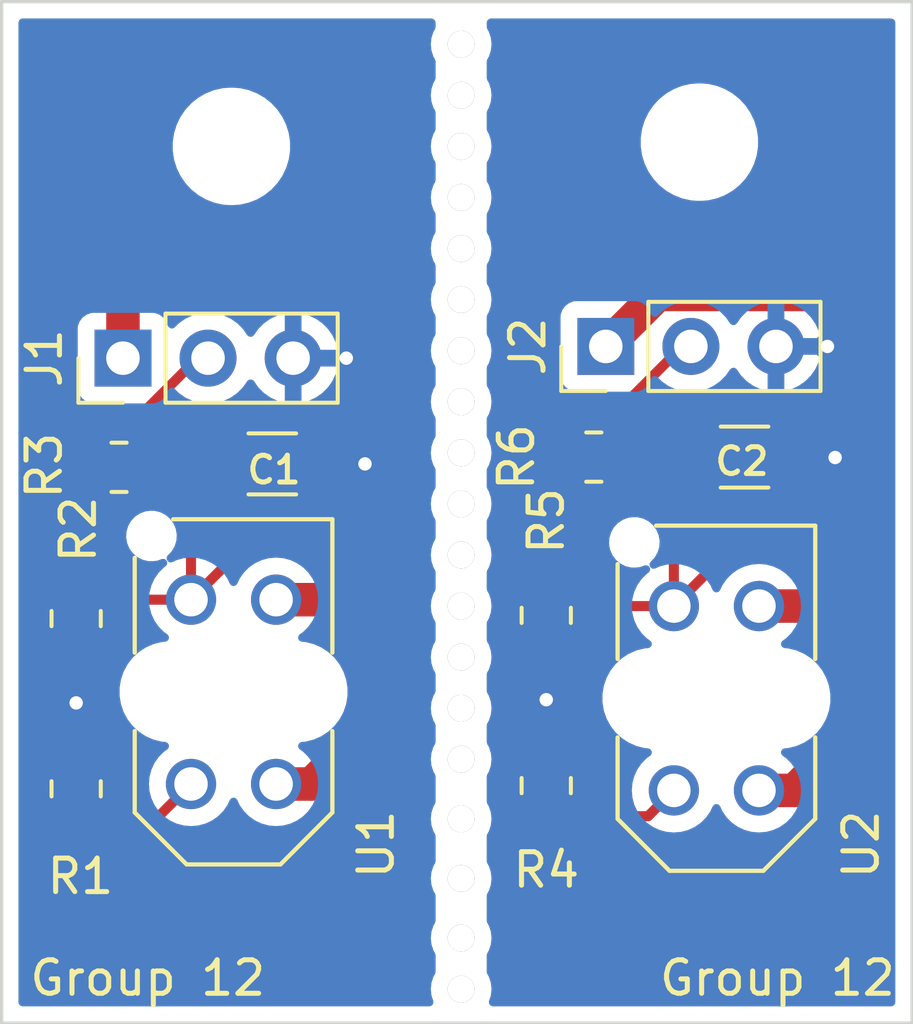
<source format=kicad_pcb>
(kicad_pcb (version 20221018) (generator pcbnew)
  (layers (0 "F.Cu" signal) (31 "B.Cu" signal) (34 "B.Paste" user) (35 "F.Paste" user) (36 "B.SilkS" user "B.Silkscreen") (37 "F.SilkS" user "F.Silkscreen") (38 "B.Mask" user) (39 "F.Mask" user) (44 "Edge.Cuts" user))
  (net 0 "")
  (net 1 "Sensor 01")
  (net 2 "GND")
  (net 3 "+3.3V")
  (net 4 "Sensor 01R")
  (net 5 "Net-(R1-Pad1)")
  (net 6 "Sensor 02")
  (net 7 "Sensor 02R")
  (net 8 "Net-(R4-Pad1)")
  (footprint "Capacitor_SMD:C_1206_3216Metric" (layer "F.Cu") (at 115.775 92.5322)
    (fp_text reference "C1" (at 0.049 0.1778) (layer "F.SilkS") (effects (font (size 0.8 0.8))))
    (fp_text value "C")
    (fp_line (start -0.711252 -0.91) (end 0.711252 -0.91) (stroke (width 0.12)) (layer "F.SilkS"))
    (fp_line (start -0.711252 0.91) (end 0.711252 0.91) (stroke (width 0.12)) (layer "F.SilkS"))
    (pad "1" smd roundrect (at -1.475 0) (size 1.15 1.8) (layers "F.Cu" "F.Paste" "F.Mask") (roundrect_rratio 0.2173913043) (net 1 "Sensor 01"))
    (pad "2" smd roundrect (at 1.475 0) (size 1.15 1.8) (layers "F.Cu" "F.Paste" "F.Mask") (roundrect_rratio 0.2173913043) (net 2 "GND"))
  )
  (footprint "Resistor_SMD:R_0805_2012Metric" (layer "F.Cu") (at 109.9195 97.1472 -90)
    (fp_text reference "R2" (at -2.6592 -0.0625 90) (layer "F.SilkS"))
    (fp_text value "3.9k")
    (fp_line (start -0.227064 -0.735) (end 0.227064 -0.735) (stroke (width 0.12)) (layer "F.SilkS"))
    (fp_line (start -0.227064 0.735) (end 0.227064 0.735) (stroke (width 0.12)) (layer "F.SilkS"))
    (pad "1" smd roundrect (at -0.9125 0 270) (size 1.025 1.4) (layers "F.Cu" "F.Paste" "F.Mask") (roundrect_rratio 0.243902439) (net 1 "Sensor 01"))
    (pad "2" smd roundrect (at 0.9125 0 270) (size 1.025 1.4) (layers "F.Cu" "F.Paste" "F.Mask") (roundrect_rratio 0.243902439) (net 2 "GND"))
  )
  (footprint "MountingHole:MountingHole_3mm" (layer "F.Cu") (at 114.554 83.058)
    (fp_text reference "H1" hide)
    (fp_text value "MountingHole")
    (pad "" np_thru_hole circle (at 0 0) (size 3 3) (drill 3) (layers "*.Cu" "*.Mask"))
  )
  (footprint "Resistor_SMD:R_0805_2012Metric" (layer "F.Cu") (at 123.952 97.0515 -90)
    (fp_text reference "R5" (at -2.8175 0 90) (layer "F.SilkS"))
    (fp_text value "3.9k")
    (fp_line (start -0.227064 -0.735) (end 0.227064 -0.735) (stroke (width 0.12)) (layer "F.SilkS"))
    (fp_line (start -0.227064 0.735) (end 0.227064 0.735) (stroke (width 0.12)) (layer "F.SilkS"))
    (pad "1" smd roundrect (at -0.9125 0 270) (size 1.025 1.4) (layers "F.Cu" "F.Paste" "F.Mask") (roundrect_rratio 0.243902439) (net 6 "Sensor 02"))
    (pad "2" smd roundrect (at 0.9125 0 270) (size 1.025 1.4) (layers "F.Cu" "F.Paste" "F.Mask") (roundrect_rratio 0.243902439) (net 2 "GND"))
  )
  (footprint "Connector_PinHeader_2.54mm:PinHeader_1x03_P2.54mm_Vertical" (layer "F.Cu") (at 111.3165 89.3767 90)
    (fp_text reference "J1" (at 0 -2.3505 90) (layer "F.SilkS"))
    (fp_text value "Conn_01x03")
    (fp_line (start -1.33 -1.33) (end 0 -1.33) (stroke (width 0.12)) (layer "F.SilkS"))
    (fp_line (start -1.33 0) (end -1.33 -1.33) (stroke (width 0.12)) (layer "F.SilkS"))
    (fp_line (start -1.33 1.27) (end -1.33 6.41) (stroke (width 0.12)) (layer "F.SilkS"))
    (fp_line (start -1.33 1.27) (end 1.33 1.27) (stroke (width 0.12)) (layer "F.SilkS"))
    (fp_line (start -1.33 6.41) (end 1.33 6.41) (stroke (width 0.12)) (layer "F.SilkS"))
    (fp_line (start 1.33 1.27) (end 1.33 6.41) (stroke (width 0.12)) (layer "F.SilkS"))
    (pad "1" thru_hole rect (at 0 0 90) (size 1.7 1.7) (drill 1) (layers "*.Cu" "*.Mask") (net 3 "+3.3V"))
    (pad "2" thru_hole oval (at 0 2.54 90) (size 1.7 1.7) (drill 1) (layers "*.Cu" "*.Mask") (net 4 "Sensor 01R"))
    (pad "3" thru_hole oval (at 0 5.08 90) (size 1.7 1.7) (drill 1) (layers "*.Cu" "*.Mask") (net 2 "GND"))
  )
  (footprint "MountingHole:MountingHole_3mm" (layer "F.Cu") (at 128.524 82.931)
    (fp_text reference "H2" hide)
    (fp_text value "MountingHole")
    (pad "" np_thru_hole circle (at 0 0) (size 3 3) (drill 3) (layers "*.Cu" "*.Mask"))
  )
  (footprint "Capacitor_SMD:C_1206_3216Metric" (layer "F.Cu") (at 129.872 92.329)
    (fp_text reference "C2" (at -0.078 0.127) (layer "F.SilkS") (effects (font (size 0.8 0.8))))
    (fp_text value "C")
    (fp_line (start -0.711252 -0.91) (end 0.711252 -0.91) (stroke (width 0.12)) (layer "F.SilkS"))
    (fp_line (start -0.711252 0.91) (end 0.711252 0.91) (stroke (width 0.12)) (layer "F.SilkS"))
    (pad "1" smd roundrect (at -1.475 0) (size 1.15 1.8) (layers "F.Cu" "F.Paste" "F.Mask") (roundrect_rratio 0.2173913043) (net 6 "Sensor 02"))
    (pad "2" smd roundrect (at 1.475 0) (size 1.15 1.8) (layers "F.Cu" "F.Paste" "F.Mask") (roundrect_rratio 0.2173913043) (net 2 "GND"))
  )
  (footprint "Connector_PinHeader_2.54mm:PinHeader_1x03_P2.54mm_Vertical" (layer "F.Cu") (at 125.73 89.027 90)
    (fp_text reference "J2" (at 0 -2.33 90) (layer "F.SilkS"))
    (fp_text value "Conn_01x03")
    (fp_line (start -1.33 -1.33) (end 0 -1.33) (stroke (width 0.12)) (layer "F.SilkS"))
    (fp_line (start -1.33 0) (end -1.33 -1.33) (stroke (width 0.12)) (layer "F.SilkS"))
    (fp_line (start -1.33 1.27) (end -1.33 6.41) (stroke (width 0.12)) (layer "F.SilkS"))
    (fp_line (start -1.33 1.27) (end 1.33 1.27) (stroke (width 0.12)) (layer "F.SilkS"))
    (fp_line (start -1.33 6.41) (end 1.33 6.41) (stroke (width 0.12)) (layer "F.SilkS"))
    (fp_line (start 1.33 1.27) (end 1.33 6.41) (stroke (width 0.12)) (layer "F.SilkS"))
    (pad "1" thru_hole rect (at 0 0 90) (size 1.7 1.7) (drill 1) (layers "*.Cu" "*.Mask") (net 3 "+3.3V"))
    (pad "2" thru_hole oval (at 0 2.54 90) (size 1.7 1.7) (drill 1) (layers "*.Cu" "*.Mask") (net 7 "Sensor 02R"))
    (pad "3" thru_hole oval (at 0 5.08 90) (size 1.7 1.7) (drill 1) (layers "*.Cu" "*.Mask") (net 2 "GND"))
  )
  (footprint "Resistor_SMD:R_0805_2012Metric" (layer "F.Cu") (at 111.1993 92.6338 180)
    (fp_text reference "R3" (at 2.2333 0.0508 90) (layer "F.SilkS"))
    (fp_text value "R")
    (fp_line (start -0.227064 -0.735) (end 0.227064 -0.735) (stroke (width 0.12)) (layer "F.SilkS"))
    (fp_line (start -0.227064 0.735) (end 0.227064 0.735) (stroke (width 0.12)) (layer "F.SilkS"))
    (pad "1" smd roundrect (at -0.9125 0 180) (size 1.025 1.4) (layers "F.Cu" "F.Paste" "F.Mask") (roundrect_rratio 0.243902439) (net 1 "Sensor 01"))
    (pad "2" smd roundrect (at 0.9125 0 180) (size 1.025 1.4) (layers "F.Cu" "F.Paste" "F.Mask") (roundrect_rratio 0.243902439) (net 4 "Sensor 01R"))
  )
  (footprint "Footprints:OPTO_TCRT5000" (layer "F.Cu") (at 129.032 99.524 -90)
    (fp_text reference "U2" (at 4.362 -4.318 90) (layer "F.SilkS") (effects (font (size 1.004126 1.004126))))
    (fp_text value "TCRT5000")
    (fp_line (start -5.15 -2.95) (end -1.17 -2.95) (stroke (width 0.127)) (layer "F.SilkS"))
    (fp_line (start -5.15 1.8) (end -5.15 -2.95) (stroke (width 0.127)) (layer "F.SilkS"))
    (fp_line (start -4 2.95) (end -1.17 2.95) (stroke (width 0.127)) (layer "F.SilkS"))
    (fp_line (start 1.17 2.95) (end 3.6 2.95) (stroke (width 0.127)) (layer "F.SilkS"))
    (fp_line (start 3.6 -2.95) (end 1.17 -2.95) (stroke (width 0.127)) (layer "F.SilkS"))
    (fp_line (start 3.6 -2.95) (end 5.15 -1.4) (stroke (width 0.127)) (layer "F.SilkS"))
    (fp_line (start 3.6 2.95) (end 5.15 1.4) (stroke (width 0.127)) (layer "F.SilkS"))
    (fp_line (start 5.15 1.4) (end 5.15 -1.4) (stroke (width 0.127)) (layer "F.SilkS"))
    (pad "" np_thru_hole circle (at -4.65 2.45 270) (size 1 1) (drill 1) (layers "*.Cu" "*.Mask"))
    (pad "" np_thru_hole circle (at 0 -1.9 270) (size 2.5 2.5) (drill 2.5) (layers "*.Cu" "*.Mask"))
    (pad "" np_thru_hole circle (at 0 1.9 270) (size 2.5 2.5) (drill 2.5) (layers "*.Cu" "*.Mask"))
    (pad "A" thru_hole circle (at 2.75 -1.27 270) (size 1.5 1.5) (drill 1) (layers "*.Cu" "*.Mask") (net 3 "+3.3V"))
    (pad "CATH" thru_hole circle (at 2.75 1.27 270) (size 1.5 1.5) (drill 1) (layers "*.Cu" "*.Mask") (net 8 "Net-(R4-Pad1)"))
    (pad "COLL" thru_hole circle (at -2.75 -1.27 270) (size 1.5 1.5) (drill 1) (layers "*.Cu" "*.Mask") (net 3 "+3.3V"))
    (pad "E" thru_hole circle (at -2.75 1.27 270) (size 1.5 1.5) (drill 1) (layers "*.Cu" "*.Mask") (net 6 "Sensor 02"))
  )
  (footprint "Resistor_SMD:R_0805_2012Metric" (layer "F.Cu") (at 123.952 102.1315 90)
    (fp_text reference "R4" (at -2.5165 0 180) (layer "F.SilkS"))
    (fp_text value "90")
    (fp_line (start -0.227064 -0.735) (end 0.227064 -0.735) (stroke (width 0.12)) (layer "F.SilkS"))
    (fp_line (start -0.227064 0.735) (end 0.227064 0.735) (stroke (width 0.12)) (layer "F.SilkS"))
    (pad "1" smd roundrect (at -0.9125 0 90) (size 1.025 1.4) (layers "F.Cu" "F.Paste" "F.Mask") (roundrect_rratio 0.243902439) (net 8 "Net-(R4-Pad1)"))
    (pad "2" smd roundrect (at 0.9125 0 90) (size 1.025 1.4) (layers "F.Cu" "F.Paste" "F.Mask") (roundrect_rratio 0.243902439) (net 2 "GND"))
  )
  (footprint "Resistor_SMD:R_0805_2012Metric" (layer "F.Cu") (at 125.3725 92.329 180)
    (fp_text reference "R6" (at 2.3095 0 90) (layer "F.SilkS"))
    (fp_text value "R")
    (fp_line (start -0.227064 -0.735) (end 0.227064 -0.735) (stroke (width 0.12)) (layer "F.SilkS"))
    (fp_line (start -0.227064 0.735) (end 0.227064 0.735) (stroke (width 0.12)) (layer "F.SilkS"))
    (pad "1" smd roundrect (at -0.9125 0 180) (size 1.025 1.4) (layers "F.Cu" "F.Paste" "F.Mask") (roundrect_rratio 0.243902439) (net 6 "Sensor 02"))
    (pad "2" smd roundrect (at 0.9125 0 180) (size 1.025 1.4) (layers "F.Cu" "F.Paste" "F.Mask") (roundrect_rratio 0.243902439) (net 7 "Sensor 02R"))
  )
  (footprint "Resistor_SMD:R_0805_2012Metric" (layer "F.Cu") (at 109.9195 102.2272 90)
    (fp_text reference "R1" (at -2.6113 0.126 180) (layer "F.SilkS"))
    (fp_text value "90")
    (fp_line (start -0.227064 -0.735) (end 0.227064 -0.735) (stroke (width 0.12)) (layer "F.SilkS"))
    (fp_line (start -0.227064 0.735) (end 0.227064 0.735) (stroke (width 0.12)) (layer "F.SilkS"))
    (pad "1" smd roundrect (at -0.9125 0 90) (size 1.025 1.4) (layers "F.Cu" "F.Paste" "F.Mask") (roundrect_rratio 0.243902439) (net 5 "Net-(R1-Pad1)"))
    (pad "2" smd roundrect (at 0.9125 0 90) (size 1.025 1.4) (layers "F.Cu" "F.Paste" "F.Mask") (roundrect_rratio 0.243902439) (net 2 "GND"))
  )
  (footprint "Footprints:OPTO_TCRT5000" (layer "F.Cu") (at 114.6175 99.3335 -90)
    (fp_text reference "U1" (at 4.5525 -4.2545 90) (layer "F.SilkS") (effects (font (size 1.004126 1.004126))))
    (fp_text value "TCRT5000")
    (fp_line (start -5.15 -2.95) (end -1.17 -2.95) (stroke (width 0.127)) (layer "F.SilkS"))
    (fp_line (start -5.15 1.8) (end -5.15 -2.95) (stroke (width 0.127)) (layer "F.SilkS"))
    (fp_line (start -4 2.95) (end -1.17 2.95) (stroke (width 0.127)) (layer "F.SilkS"))
    (fp_line (start 1.17 2.95) (end 3.6 2.95) (stroke (width 0.127)) (layer "F.SilkS"))
    (fp_line (start 3.6 -2.95) (end 1.17 -2.95) (stroke (width 0.127)) (layer "F.SilkS"))
    (fp_line (start 3.6 -2.95) (end 5.15 -1.4) (stroke (width 0.127)) (layer "F.SilkS"))
    (fp_line (start 3.6 2.95) (end 5.15 1.4) (stroke (width 0.127)) (layer "F.SilkS"))
    (fp_line (start 5.15 1.4) (end 5.15 -1.4) (stroke (width 0.127)) (layer "F.SilkS"))
    (pad "" np_thru_hole circle (at -4.65 2.45 270) (size 1 1) (drill 1) (layers "*.Cu" "*.Mask"))
    (pad "" np_thru_hole circle (at 0 -1.9 270) (size 2.5 2.5) (drill 2.5) (layers "*.Cu" "*.Mask"))
    (pad "" np_thru_hole circle (at 0 1.9 270) (size 2.5 2.5) (drill 2.5) (layers "*.Cu" "*.Mask"))
    (pad "A" thru_hole circle (at 2.75 -1.27 270) (size 1.5 1.5) (drill 1) (layers "*.Cu" "*.Mask") (net 3 "+3.3V"))
    (pad "CATH" thru_hole circle (at 2.75 1.27 270) (size 1.5 1.5) (drill 1) (layers "*.Cu" "*.Mask") (net 5 "Net-(R1-Pad1)"))
    (pad "COLL" thru_hole circle (at -2.75 -1.27 270) (size 1.5 1.5) (drill 1) (layers "*.Cu" "*.Mask") (net 3 "+3.3V"))
    (pad "E" thru_hole circle (at -2.75 1.27 270) (size 1.5 1.5) (drill 1) (layers "*.Cu" "*.Mask") (net 1 "Sensor 01"))
  )
  (gr_line (start 134.874 78.74) (end 134.874 109.22) (stroke (width 0.1)) (layer "Edge.Cuts"))
  (gr_line (start 120.65 78.74) (end 122.174 78.74) (stroke (width 0.1)) (layer "Edge.Cuts"))
  (gr_line (start 122.174 78.74) (end 134.874 78.74) (stroke (width 0.1)) (layer "Edge.Cuts"))
  (gr_line (start 107.696 78.74) (end 120.65 78.74) (stroke (width 0.1)) (layer "Edge.Cuts"))
  (gr_line (start 120.65 109.22) (end 107.696 109.22) (stroke (width 0.1)) (layer "Edge.Cuts"))
  (gr_line (start 122.174 109.22) (end 134.874 109.22) (stroke (width 0.1)) (layer "Edge.Cuts"))
  (gr_line (start 107.696 109.22) (end 107.696 78.74) (stroke (width 0.1)) (layer "Edge.Cuts"))
  (gr_line (start 120.65 109.22) (end 122.174 109.22) (stroke (width 0.1)) (layer "Edge.Cuts"))
  (gr_text "Group 12" (at 127.254 108.458) (layer "F.SilkS") (effects (font (size 1 1)) (justify left bottom)))
  (gr_text "Group 12" (at 108.458 108.458) (layer "F.SilkS") (effects (font (size 1 1)) (justify left bottom)))
  (via (at 121.412 108.204) (size 0.8) (drill 0.8) (layers "F.Cu" "B.Cu") (net 0))
  (via (at 121.412 98.298) (size 0.8) (drill 0.8) (layers "F.Cu" "B.Cu") (net 0))
  (via (at 121.412 93.726) (size 0.8) (drill 0.8) (layers "F.Cu" "B.Cu") (net 0))
  (via (at 121.412 99.822) (size 0.8) (drill 0.8) (layers "F.Cu" "B.Cu") (net 0))
  (via (at 121.412 86.106) (size 0.8) (drill 0.8) (layers "F.Cu" "B.Cu") (net 0))
  (via (at 121.412 87.63) (size 0.8) (drill 0.8) (layers "F.Cu" "B.Cu") (net 0))
  (via (at 121.412 84.582) (size 0.8) (drill 0.8) (layers "F.Cu" "B.Cu") (net 0))
  (via (at 121.412 103.124) (size 0.8) (drill 0.8) (layers "F.Cu" "B.Cu") (net 0))
  (via (at 121.412 104.902) (size 0.8) (drill 0.8) (layers "F.Cu" "B.Cu") (net 0))
  (via (at 121.412 92.202) (size 0.8) (drill 0.8) (layers "F.Cu" "B.Cu") (net 0))
  (via (at 121.412 81.534) (size 0.8) (drill 0.8) (layers "F.Cu" "B.Cu") (net 0))
  (via (at 121.412 89.154) (size 0.8) (drill 0.8) (layers "F.Cu" "B.Cu") (net 0))
  (via (at 121.412 83.058) (size 0.8) (drill 0.8) (layers "F.Cu" "B.Cu") (net 0))
  (via (at 121.412 95.25) (size 0.8) (drill 0.8) (layers "F.Cu" "B.Cu") (net 0))
  (via (at 121.412 80.01) (size 0.8) (drill 0.8) (layers "F.Cu" "B.Cu") (net 0))
  (via (at 121.412 90.678) (size 0.8) (drill 0.8) (layers "F.Cu" "B.Cu") (net 0))
  (via (at 121.412 106.68) (size 0.8) (drill 0.8) (layers "F.Cu" "B.Cu") (net 0))
  (via (at 121.412 96.774) (size 0.8) (drill 0.8) (layers "F.Cu" "B.Cu") (net 0))
  (via (at 121.412 101.346) (size 0.8) (drill 0.8) (layers "F.Cu" "B.Cu") (net 0))
  (segment (start 114.3 93.1926) (end 115.1128 94.0054) (width 0.3) (layer "F.Cu") (net 1))
  (segment (start 113.3475 93.8695) (end 113.3475 96.5835) (width 0.3) (layer "F.Cu") (net 1))
  (segment (start 115.1128 94.8182) (end 113.3475 96.5835) (width 0.3) (layer "F.Cu") (net 1))
  (segment (start 109.9195 96.2347) (end 110.2683 96.5835) (width 0.3) (layer "F.Cu") (net 1))
  (segment (start 110.2683 96.5835) (end 113.3475 96.5835) (width 0.3) (layer "F.Cu") (net 1))
  (segment (start 114.3 92.5322) (end 114.3 93.1926) (width 0.3) (layer "F.Cu") (net 1))
  (segment (start 115.1128 94.0054) (end 115.1128 94.8182) (width 0.3) (layer "F.Cu") (net 1))
  (segment (start 112.1118 92.6338) (end 113.3475 93.8695) (width 0.3) (layer "F.Cu") (net 1))
  (segment (start 109.9195 101.3147) (end 109.9195 99.6637) (width 0.3) (layer "F.Cu") (net 2))
  (segment (start 116.3965 89.3767) (end 117.983 89.3767) (width 0.3) (layer "F.Cu") (net 2))
  (segment (start 123.952 101.219) (end 123.952 99.568) (width 0.3) (layer "F.Cu") (net 2))
  (segment (start 132.5626 92.329) (end 131.347 92.329) (width 0.25) (layer "F.Cu") (net 2))
  (segment (start 109.9195 98.0597) (end 109.9195 99.6637) (width 0.3) (layer "F.Cu") (net 2))
  (segment (start 132.3467 89.027) (end 130.81 89.027) (width 0.25) (layer "F.Cu") (net 2))
  (segment (start 117.25 92.5322) (end 118.5418 92.5322) (width 0.3) (layer "F.Cu") (net 2))
  (segment (start 123.952 97.964) (end 123.952 99.568) (width 0.3) (layer "F.Cu") (net 2))
  (segment (start 132.5753 92.3417) (end 132.5626 92.329) (width 0.25) (layer "F.Cu") (net 2))
  (via (at 118.5418 92.5322) (size 0.8) (drill 0.4) (layers "F.Cu" "B.Cu") (net 2))
  (via (at 132.3467 89.027) (size 0.8) (drill 0.4) (layers "F.Cu" "B.Cu") (net 2))
  (via (at 109.9195 99.6637) (size 0.8) (drill 0.4) (layers "F.Cu" "B.Cu") (net 2))
  (via (at 132.5753 92.3417) (size 0.8) (drill 0.4) (layers "F.Cu" "B.Cu") (net 2))
  (via (at 123.952 99.568) (size 0.8) (drill 0.4) (layers "F.Cu" "B.Cu") (net 2))
  (via (at 117.983 89.3767) (size 0.8) (drill 0.4) (layers "F.Cu" "B.Cu") (net 2))
  (segment (start 111.3165 87.3877) (end 111.5568 87.1474) (width 1) (layer "F.Cu") (net 3))
  (segment (start 119.6418 96.5708) (end 119.6418 99.38986) (width 1) (layer "F.Cu") (net 3))
  (segment (start 111.5568 87.1474) (end 118.7704 87.1474) (width 1) (layer "F.Cu") (net 3))
  (segment (start 118.7704 87.1474) (end 119.6418 88.0188) (width 1) (layer "F.Cu") (net 3))
  (segment (start 125.73 89.027) (end 127.28 87.477) (width 1) (layer "F.Cu") (net 3))
  (segment (start 133.6929 96.6089) (end 133.6929 99.94376) (width 1) (layer "F.Cu") (net 3))
  (segment (start 119.6291 96.5835) (end 119.6418 96.5708) (width 1) (layer "F.Cu") (net 3))
  (segment (start 119.6418 88.0188) (end 119.6418 92.987835) (width 1) (layer "F.Cu") (net 3))
  (segment (start 119.634 92.995635) (end 119.634 96.563) (width 1) (layer "F.Cu") (net 3))
  (segment (start 132.352335 87.477) (end 133.6929 88.817565) (width 1) (layer "F.Cu") (net 3))
  (segment (start 119.6418 92.987835) (end 119.634 92.995635) (width 1) (layer "F.Cu") (net 3))
  (segment (start 133.6929 99.94376) (end 131.36266 102.274) (width 1) (layer "F.Cu") (net 3))
  (segment (start 119.634 96.563) (end 119.6418 96.5708) (width 1) (layer "F.Cu") (net 3))
  (segment (start 133.5278 96.774) (end 133.6929 96.6089) (width 1) (layer "F.Cu") (net 3))
  (segment (start 131.36266 102.274) (end 130.302 102.274) (width 1) (layer "F.Cu") (net 3))
  (segment (start 115.8875 96.5835) (end 119.6291 96.5835) (width 1) (layer "F.Cu") (net 3))
  (segment (start 119.6418 99.38986) (end 116.94816 102.0835) (width 1) (layer "F.Cu") (net 3))
  (segment (start 111.3165 89.3767) (end 111.3165 87.3877) (width 1) (layer "F.Cu") (net 3))
  (segment (start 116.94816 102.0835) (end 115.8875 102.0835) (width 1) (layer "F.Cu") (net 3))
  (segment (start 133.6929 88.817565) (end 133.6929 96.6089) (width 1) (layer "F.Cu") (net 3))
  (segment (start 127.28 87.477) (end 132.352335 87.477) (width 1) (layer "F.Cu") (net 3))
  (segment (start 130.302 96.774) (end 133.5278 96.774) (width 1) (layer "F.Cu") (net 3))
  (segment (start 110.2868 92.6338) (end 113.5439 89.3767) (width 0.3) (layer "F.Cu") (net 4))
  (segment (start 113.5439 89.3767) (end 113.8565 89.3767) (width 0.3) (layer "F.Cu") (net 4))
  (segment (start 112.2913 103.1397) (end 113.3475 102.0835) (width 0.3) (layer "F.Cu") (net 5))
  (segment (start 109.9195 103.1397) (end 112.2913 103.1397) (width 0.3) (layer "F.Cu") (net 5))
  (segment (start 126.285 92.329) (end 127.762 93.806) (width 0.3) (layer "F.Cu") (net 6))
  (segment (start 124.587 96.774) (end 127.762 96.774) (width 0.3) (layer "F.Cu") (net 6))
  (segment (start 123.952 96.139) (end 124.587 96.774) (width 0.3) (layer "F.Cu") (net 6))
  (segment (start 128.397 92.329) (end 129.202 93.134) (width 0.3) (layer "F.Cu") (net 6))
  (segment (start 129.202 93.134) (end 129.202 95.334) (width 0.3) (layer "F.Cu") (net 6))
  (segment (start 127.762 93.806) (end 127.762 96.774) (width 0.3) (layer "F.Cu") (net 6))
  (segment (start 129.202 95.334) (end 127.762 96.774) (width 0.3) (layer "F.Cu") (net 6))
  (segment (start 128.016 89.027) (end 128.27 89.027) (width 0.3) (layer "F.Cu") (net 7))
  (segment (start 128.048 89.027) (end 128.27 89.027) (width 0.25) (layer "F.Cu") (net 7))
  (segment (start 124.714 92.329) (end 128.016 89.027) (width 0.3) (layer "F.Cu") (net 7))
  (segment (start 124.46 92.329) (end 124.746 92.329) (width 0.25) (layer "F.Cu") (net 7))
  (segment (start 124.46 92.329) (end 124.714 92.329) (width 0.3) (layer "F.Cu") (net 7))
  (segment (start 123.952 103.044) (end 126.992 103.044) (width 0.3) (layer "F.Cu") (net 8))
  (segment (start 126.992 103.044) (end 127.762 102.274) (width 0.3) (layer "F.Cu") (net 8))
  (zone (net 2) (net_name "GND") (layer "B.Cu") (connect_pads (clearance 0.5)) (min_thickness 0.25) (fill yes (thermal_gap 0.5) (thermal_bridge_width 0.5))
    (polygon (pts (xy 120.65 109.22) (xy 107.696 109.22) (xy 107.696 78.74) (xy 120.65 78.74)))
  )
  (zone (net 2) (net_name "GND") (layer "B.Cu") (priority 1) (connect_pads (clearance 0.5)) (min_thickness 0.25) (fill yes (thermal_gap 0.5) (thermal_bridge_width 0.5))
    (polygon (pts (xy 122.174 78.74) (xy 134.62 78.74) (xy 134.62 109.22) (xy 122.174 109.22)))
  )
)
</source>
